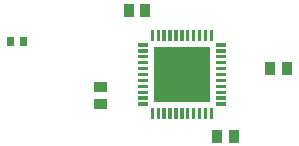
<source format=gbr>
G04 start of page 10 for group -4015 idx -4015 *
G04 Title: (unknown), toppaste *
G04 Creator: pcb 20110918 *
G04 CreationDate: Wed Aug  7 17:59:57 2013 UTC *
G04 For: mokus *
G04 Format: Gerber/RS-274X *
G04 PCB-Dimensions: 210000 80000 *
G04 PCB-Coordinate-Origin: lower left *
%MOIN*%
%FSLAX25Y25*%
%LNTOPPASTE*%
%ADD64R,0.0216X0.0216*%
%ADD63C,0.0001*%
%ADD62R,0.0110X0.0110*%
%ADD61R,0.0335X0.0335*%
G54D61*X112508Y35755D02*X113492D01*
X112508Y30245D02*X113492D01*
X151745Y19992D02*Y19008D01*
X157255Y19992D02*Y19008D01*
G54D62*X149842Y54212D02*Y51771D01*
X147874Y54212D02*Y51771D01*
X145905Y54212D02*Y51771D01*
X143937Y54212D02*Y51771D01*
X141968Y54212D02*Y51771D01*
X140000Y54212D02*Y51771D01*
X138032Y54212D02*Y51771D01*
X136063Y54212D02*Y51771D01*
X134095Y54212D02*Y51771D01*
X132126Y54212D02*Y51771D01*
X130158Y54212D02*Y51771D01*
X125788Y49842D02*X128229D01*
X125788Y47874D02*X128229D01*
X125788Y45905D02*X128229D01*
X125788Y43937D02*X128229D01*
X125788Y41968D02*X128229D01*
X125788Y40000D02*X128229D01*
X125788Y38032D02*X128229D01*
X125788Y36063D02*X128229D01*
X125788Y34095D02*X128229D01*
X125788Y32126D02*X128229D01*
X125788Y30158D02*X128229D01*
X130158Y28229D02*Y25788D01*
X132126Y28229D02*Y25788D01*
X134095Y28229D02*Y25788D01*
X136063Y28229D02*Y25788D01*
X138032Y28229D02*Y25788D01*
X140000Y28229D02*Y25788D01*
X141968Y28229D02*Y25788D01*
X143937Y28229D02*Y25788D01*
X145905Y28229D02*Y25788D01*
X147874Y28229D02*Y25788D01*
X149842Y28229D02*Y25788D01*
X151771Y30158D02*X154212D01*
X151771Y32126D02*X154212D01*
X151771Y34095D02*X154212D01*
X151771Y36063D02*X154212D01*
X151771Y38032D02*X154212D01*
X151771Y40000D02*X154212D01*
X151771Y41968D02*X154212D01*
X151771Y43937D02*X154212D01*
X151771Y45905D02*X154212D01*
X151771Y47874D02*X154212D01*
X151771Y49842D02*X154212D01*
G54D63*G36*
X130748Y49252D02*Y30748D01*
X149252D01*
Y49252D01*
X130748D01*
G37*
G54D61*X169500Y42492D02*Y41508D01*
X175010Y42492D02*Y41508D01*
X122245Y61992D02*Y61008D01*
X127755Y61992D02*Y61008D01*
G54D64*X82835Y51393D02*Y50607D01*
X87165Y51393D02*Y50607D01*
M02*

</source>
